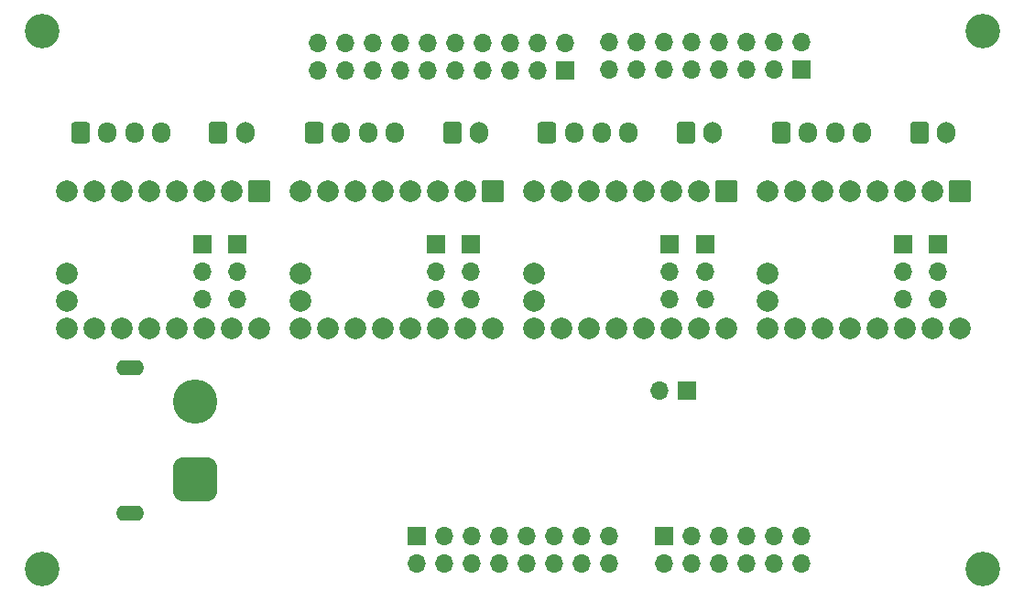
<source format=gbs>
%TF.GenerationSoftware,KiCad,Pcbnew,8.0.3*%
%TF.CreationDate,2024-06-30T11:50:48+02:00*%
%TF.ProjectId,StepperDriver-Shield_FRDM-MCXA153,53746570-7065-4724-9472-697665722d53,rev?*%
%TF.SameCoordinates,Original*%
%TF.FileFunction,Soldermask,Bot*%
%TF.FilePolarity,Negative*%
%FSLAX46Y46*%
G04 Gerber Fmt 4.6, Leading zero omitted, Abs format (unit mm)*
G04 Created by KiCad (PCBNEW 8.0.3) date 2024-06-30 11:50:48*
%MOMM*%
%LPD*%
G01*
G04 APERTURE LIST*
G04 Aperture macros list*
%AMRoundRect*
0 Rectangle with rounded corners*
0 $1 Rounding radius*
0 $2 $3 $4 $5 $6 $7 $8 $9 X,Y pos of 4 corners*
0 Add a 4 corners polygon primitive as box body*
4,1,4,$2,$3,$4,$5,$6,$7,$8,$9,$2,$3,0*
0 Add four circle primitives for the rounded corners*
1,1,$1+$1,$2,$3*
1,1,$1+$1,$4,$5*
1,1,$1+$1,$6,$7*
1,1,$1+$1,$8,$9*
0 Add four rect primitives between the rounded corners*
20,1,$1+$1,$2,$3,$4,$5,0*
20,1,$1+$1,$4,$5,$6,$7,0*
20,1,$1+$1,$6,$7,$8,$9,0*
20,1,$1+$1,$8,$9,$2,$3,0*%
G04 Aperture macros list end*
%ADD10RoundRect,0.102000X-0.900000X0.900000X-0.900000X-0.900000X0.900000X-0.900000X0.900000X0.900000X0*%
%ADD11C,2.004000*%
%ADD12C,3.200000*%
%ADD13RoundRect,0.250000X-0.600000X-0.750000X0.600000X-0.750000X0.600000X0.750000X-0.600000X0.750000X0*%
%ADD14O,1.700000X2.000000*%
%ADD15RoundRect,0.250000X-0.600000X-0.725000X0.600000X-0.725000X0.600000X0.725000X-0.600000X0.725000X0*%
%ADD16O,1.700000X1.950000*%
%ADD17R,1.700000X1.700000*%
%ADD18O,1.700000X1.700000*%
%ADD19O,2.604000X1.404000*%
%ADD20RoundRect,1.025000X1.025000X-1.025000X1.025000X1.025000X-1.025000X1.025000X-1.025000X-1.025000X0*%
%ADD21C,4.100000*%
G04 APERTURE END LIST*
D10*
%TO.C,TMC3*%
X129032000Y-85090000D03*
D11*
X126492000Y-85090000D03*
X123952000Y-85090000D03*
X121412000Y-85090000D03*
X118872000Y-85090000D03*
X116332000Y-85090000D03*
X113792000Y-85090000D03*
X111252000Y-85090000D03*
X111252000Y-92710000D03*
X111252000Y-95250000D03*
X111252000Y-97790000D03*
X113792000Y-97790000D03*
X116332000Y-97790000D03*
X118872000Y-97790000D03*
X121412000Y-97790000D03*
X123952000Y-97790000D03*
X126492000Y-97790000D03*
X129032000Y-97790000D03*
%TD*%
D12*
%TO.C,H1*%
X87311222Y-70274168D03*
%TD*%
D13*
%TO.C,J16*%
X125242000Y-79610400D03*
D14*
X127742000Y-79610400D03*
%TD*%
D15*
%TO.C,J13*%
X134039600Y-79610400D03*
D16*
X136539600Y-79610400D03*
X139039600Y-79610400D03*
X141539600Y-79610400D03*
%TD*%
D12*
%TO.C,H3*%
X87311222Y-120058168D03*
%TD*%
D10*
%TO.C,TMC1*%
X172212000Y-85080000D03*
D11*
X169672000Y-85080000D03*
X167132000Y-85080000D03*
X164592000Y-85080000D03*
X162052000Y-85080000D03*
X159512000Y-85080000D03*
X156972000Y-85080000D03*
X154432000Y-85080000D03*
X154432000Y-92700000D03*
X154432000Y-95240000D03*
X154432000Y-97780000D03*
X156972000Y-97780000D03*
X159512000Y-97780000D03*
X162052000Y-97780000D03*
X164592000Y-97780000D03*
X167132000Y-97780000D03*
X169672000Y-97780000D03*
X172212000Y-97780000D03*
%TD*%
D17*
%TO.C,J7*%
X166928800Y-89931000D03*
D18*
X166928800Y-92471000D03*
X166928800Y-95011000D03*
%TD*%
D19*
%TO.C,J1*%
X95498400Y-114896400D03*
D20*
X101498400Y-111746400D03*
D19*
X95498400Y-101396400D03*
D21*
X101498400Y-104546400D03*
%TD*%
D13*
%TO.C,J12*%
X146832000Y-79602000D03*
D14*
X149332000Y-79602000D03*
%TD*%
D10*
%TO.C,TMC2*%
X150622000Y-85080000D03*
D11*
X148082000Y-85080000D03*
X145542000Y-85080000D03*
X143002000Y-85080000D03*
X140462000Y-85080000D03*
X137922000Y-85080000D03*
X135382000Y-85080000D03*
X132842000Y-85080000D03*
X132842000Y-92700000D03*
X132842000Y-95240000D03*
X132842000Y-97780000D03*
X135382000Y-97780000D03*
X137922000Y-97780000D03*
X140462000Y-97780000D03*
X143002000Y-97780000D03*
X145542000Y-97780000D03*
X148082000Y-97780000D03*
X150622000Y-97780000D03*
%TD*%
D17*
%TO.C,J6*%
X170180000Y-89931000D03*
D18*
X170180000Y-92471000D03*
X170180000Y-95011000D03*
%TD*%
D15*
%TO.C,J17*%
X112455000Y-79610400D03*
D16*
X114955000Y-79610400D03*
X117455000Y-79610400D03*
X119955000Y-79610400D03*
%TD*%
D15*
%TO.C,J9*%
X155635000Y-79602000D03*
D16*
X158135000Y-79602000D03*
X160635000Y-79602000D03*
X163135000Y-79602000D03*
%TD*%
D17*
%TO.C,J10*%
X148640800Y-89931000D03*
D18*
X148640800Y-92471000D03*
X148640800Y-95011000D03*
%TD*%
D13*
%TO.C,J20*%
X103632000Y-79610400D03*
D14*
X106132000Y-79610400D03*
%TD*%
D17*
%TO.C,J14*%
X126979200Y-89931000D03*
D18*
X126979200Y-92471000D03*
X126979200Y-95011000D03*
%TD*%
D17*
%TO.C,J11*%
X145338800Y-89931000D03*
D18*
X145338800Y-92471000D03*
X145338800Y-95011000D03*
%TD*%
D15*
%TO.C,J21*%
X90865000Y-79610400D03*
D16*
X93365000Y-79610400D03*
X95865000Y-79610400D03*
X98365000Y-79610400D03*
%TD*%
D17*
%TO.C,J22*%
X146994800Y-103479600D03*
D18*
X144454800Y-103479600D03*
%TD*%
D12*
%TO.C,H2*%
X174306222Y-70274168D03*
%TD*%
D17*
%TO.C,J18*%
X105410000Y-89931000D03*
D18*
X105410000Y-92471000D03*
X105410000Y-95011000D03*
%TD*%
D10*
%TO.C,TMC4*%
X107442000Y-85085000D03*
D11*
X104902000Y-85085000D03*
X102362000Y-85085000D03*
X99822000Y-85085000D03*
X97282000Y-85085000D03*
X94742000Y-85085000D03*
X92202000Y-85085000D03*
X89662000Y-85085000D03*
X89662000Y-92705000D03*
X89662000Y-95245000D03*
X89662000Y-97785000D03*
X92202000Y-97785000D03*
X94742000Y-97785000D03*
X97282000Y-97785000D03*
X99822000Y-97785000D03*
X102362000Y-97785000D03*
X104902000Y-97785000D03*
X107442000Y-97785000D03*
%TD*%
D12*
%TO.C,H4*%
X174306222Y-120058168D03*
%TD*%
D13*
%TO.C,J8*%
X168422000Y-79602000D03*
D14*
X170922000Y-79602000D03*
%TD*%
D17*
%TO.C,J15*%
X123728000Y-89931000D03*
D18*
X123728000Y-92471000D03*
X123728000Y-95011000D03*
%TD*%
D17*
%TO.C,J19*%
X102158800Y-89931000D03*
D18*
X102158800Y-92471000D03*
X102158800Y-95011000D03*
%TD*%
D17*
%TO.C,J2*%
X144843222Y-117005168D03*
D18*
X144843222Y-119545168D03*
X147383222Y-117005168D03*
X147383222Y-119545168D03*
X149923222Y-117005168D03*
X149923222Y-119545168D03*
X152463222Y-117005168D03*
X152463222Y-119545168D03*
X155003222Y-117005168D03*
X155003222Y-119545168D03*
X157543222Y-117005168D03*
X157543222Y-119545168D03*
%TD*%
D17*
%TO.C,J5*%
X135693222Y-73835168D03*
D18*
X135693222Y-71295168D03*
X133153222Y-73835168D03*
X133153222Y-71295168D03*
X130613222Y-73835168D03*
X130613222Y-71295168D03*
X128073222Y-73835168D03*
X128073222Y-71295168D03*
X125533222Y-73835168D03*
X125533222Y-71295168D03*
X122993222Y-73835168D03*
X122993222Y-71295168D03*
X120453222Y-73835168D03*
X120453222Y-71295168D03*
X117913222Y-73835168D03*
X117913222Y-71295168D03*
X115373222Y-73835168D03*
X115373222Y-71295168D03*
X112833222Y-73835168D03*
X112833222Y-71295168D03*
%TD*%
D17*
%TO.C,J4*%
X157517222Y-73810168D03*
D18*
X157517222Y-71270168D03*
X154977222Y-73810168D03*
X154977222Y-71270168D03*
X152437222Y-73810168D03*
X152437222Y-71270168D03*
X149897222Y-73810168D03*
X149897222Y-71270168D03*
X147357222Y-73810168D03*
X147357222Y-71270168D03*
X144817222Y-73810168D03*
X144817222Y-71270168D03*
X142277222Y-73810168D03*
X142277222Y-71270168D03*
X139737222Y-73810168D03*
X139737222Y-71270168D03*
%TD*%
D17*
%TO.C,J3*%
X121997222Y-117005168D03*
D18*
X121997222Y-119545168D03*
X124537222Y-117005168D03*
X124537222Y-119545168D03*
X127077222Y-117005168D03*
X127077222Y-119545168D03*
X129617222Y-117005168D03*
X129617222Y-119545168D03*
X132157222Y-117005168D03*
X132157222Y-119545168D03*
X134697222Y-117005168D03*
X134697222Y-119545168D03*
X137237222Y-117005168D03*
X137237222Y-119545168D03*
X139777222Y-117005168D03*
X139777222Y-119545168D03*
%TD*%
M02*

</source>
